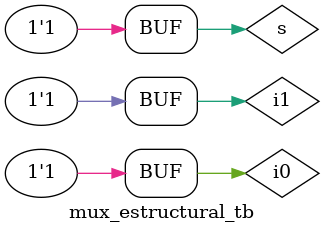
<source format=v>
module mux_estructural(
	input i0, i1, s,
	output z
);

	wire nots, w1, w2;

	and U1(w1, nots, i0);
	and U2(w2, s, i1);
	or U3(z,w1,w2);
	not U4(nots, s);

endmodule

module mux_estructural_tb();
	wire z;
	reg i0,i1,s;

	mux_estructural M(i0,i1,s,z);

	initial begin
		$display("time\ti1\ti0\ts\tz");
		$monitor("%4d\t%b\t%b\t%b\t%b",$time,i1,i0,s,z);
		    i1=0; i0=0; s=0;
		#10 i1=0; i0=0; s=1;
		#10 i1=0; i0=1; s=0;
		#10 i1=0; i0=1; s=1;
		#10 i1=1; i0=0; s=0;
		#10 i1=1; i0=0; s=1;
		#10 i1=1; i0=1; s=0;
		#10 i1=1; i0=1; s=1;
	end
endmodule


</source>
